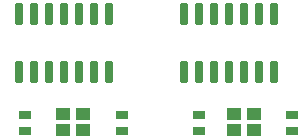
<source format=gbr>
%TF.GenerationSoftware,Altium Limited,Altium Designer,23.6.0 (18)*%
G04 Layer_Color=8421504*
%FSLAX26Y26*%
%MOIN*%
%TF.SameCoordinates,9B35E0B2-5C19-4761-B797-B6A5D59CF105*%
%TF.FilePolarity,Positive*%
%TF.FileFunction,Paste,Top*%
%TF.Part,Single*%
G01*
G75*
%TA.AperFunction,SMDPad,CuDef*%
%ADD10R,0.038976X0.030709*%
G04:AMPARAMS|DCode=11|XSize=74.803mil|YSize=23.622mil|CornerRadius=2.953mil|HoleSize=0mil|Usage=FLASHONLY|Rotation=90.000|XOffset=0mil|YOffset=0mil|HoleType=Round|Shape=RoundedRectangle|*
%AMROUNDEDRECTD11*
21,1,0.074803,0.017716,0,0,90.0*
21,1,0.068897,0.023622,0,0,90.0*
1,1,0.005906,0.008858,0.034449*
1,1,0.005906,0.008858,-0.034449*
1,1,0.005906,-0.008858,-0.034449*
1,1,0.005906,-0.008858,0.034449*
%
%ADD11ROUNDEDRECTD11*%
%ADD12R,0.047244X0.039370*%
D10*
X7831000Y2587560D02*
D03*
Y2532440D02*
D03*
X8155000Y2587560D02*
D03*
Y2532440D02*
D03*
X8411000Y2587560D02*
D03*
Y2532440D02*
D03*
X8721000Y2587560D02*
D03*
Y2532440D02*
D03*
D11*
X7811000Y2921734D02*
D03*
X7861000D02*
D03*
X7911000D02*
D03*
X7961000D02*
D03*
X8011000D02*
D03*
X8061000D02*
D03*
X8111000D02*
D03*
Y2728426D02*
D03*
X8061000D02*
D03*
X8011000D02*
D03*
X7961000D02*
D03*
X7911000D02*
D03*
X7861000D02*
D03*
X7811000D02*
D03*
X8361000D02*
D03*
X8411000D02*
D03*
X8461000D02*
D03*
X8511000D02*
D03*
X8661000D02*
D03*
Y2921734D02*
D03*
X8611000D02*
D03*
X8411000D02*
D03*
X8361000D02*
D03*
X8511000D02*
D03*
X8461000D02*
D03*
X8561000D02*
D03*
X8611000Y2728426D02*
D03*
X8561000D02*
D03*
D12*
X7959536Y2587952D02*
D03*
X8026464Y2536770D02*
D03*
X8529536Y2587952D02*
D03*
X8596464Y2536770D02*
D03*
X7959536D02*
D03*
X8026464Y2587952D02*
D03*
X8596464D02*
D03*
X8529536Y2536770D02*
D03*
%TF.MD5,5f575d192582a21461f95bfa92e3c590*%
M02*

</source>
